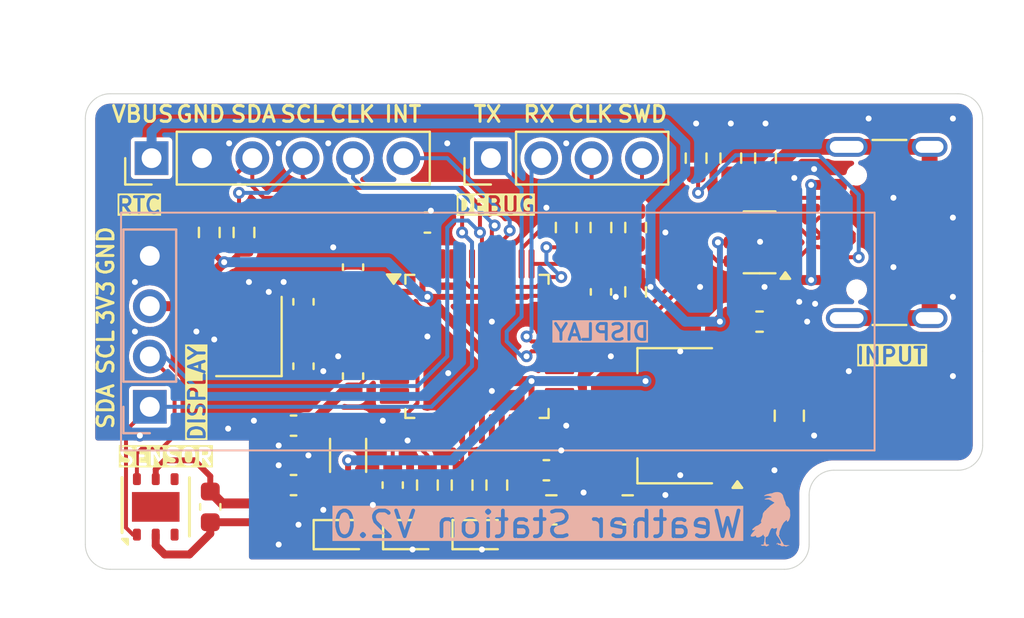
<source format=kicad_pcb>
(kicad_pcb (version 20240108) (generator "pcbnew") (generator_version "8.0")
  (layers (0 "F.Cu" signal) (1 "In1.Cu" signal) (2 "In2.Cu" signal) (31 "B.Cu" signal) (34 "B.Paste" user) (35 "F.Paste" user) (36 "B.SilkS" user "B.Silkscreen") (37 "F.SilkS" user "F.Silkscreen") (38 "B.Mask" user) (39 "F.Mask" user) (44 "Edge.Cuts" user))
  (net 0 "")
  (net 1 "+3.3V")
  (net 2 "GND")
  (net 3 "+3.3VA")
  (net 4 "/NRST")
  (net 5 "/OSC_IN")
  (net 6 "/OSC_OUT")
  (net 7 "/I2C1_SCL")
  (net 8 "/I2C1_SDA")
  (net 9 "/BOOT0")
  (net 14 "/SWDIO")
  (net 19 "Net-(D1-A)")
  (net 21 "Net-(D2-A)")
  (net 22 "VBUS")
  (net 23 "/SWCLK")
  (net 25 "Net-(D3-A)")
  (net 32 "/RTC_CLK")
  (net 33 "/RTC_INT")
  (net 34 "/LED_R")
  (net 35 "/LED_W")
  (net 36 "/LED_B")
  (net 37 "/VBUS_IN")
  (net 38 "/USB_D-")
  (net 39 "/USB_D+")
  (net 40 "/USART1_RX")
  (net 41 "/USART1_TX")
  (net 44 "/Shield")
  (net 45 "/CC1")
  (net 46 "/CC2")
  (net 49 "/uC_SWDIO")
  (net 50 "/uC_SWCLK")
  (footprint "LED_SMD:LED_0603_1608Metric" (layer "F.Cu") (at 191.5 101.25)
    (property "Reference" "D2" (hide yes))
    (property "Value" "KT-0603R")
  )
  (footprint "Capacitor_SMD:C_0603_1608Metric" (layer "F.Cu") (at 182.5 92.75 90)
    (property "Reference" "C12" (hide yes))
    (property "Value" "10p/10V")
  )
  (footprint "Capacitor_SMD:C_0603_1608Metric" (layer "F.Cu") (at 187 98.75 90)
    (property "Reference" "C10" (hide yes))
    (property "Value" "100n/10V")
  )
  (footprint "Resistor_SMD:R_0603_1608Metric" (layer "F.Cu") (at 205.8 82.25 -90)
    (property "Reference" "R9" (hide yes))
    (property "Value" "1M")
  )
  (footprint "Connector_PinHeader_2.54mm:PinHeader_1x06_P2.54mm_Vertical" (layer "F.Cu") (at 174.84 82.25 90)
    (property "Reference" "J5" (hide yes))
    (property "Value" "ZX-PZ2.54-1-6PZZ")
  )
  (footprint "Capacitor_SMD:C_0603_1608Metric" (layer "F.Cu") (at 197.5 89 -90)
    (property "Reference" "C2" (hide yes))
    (property "Value" "100n/10V")
  )
  (footprint "Package_SON:Texas_PWSON-N6" (layer "F.Cu") (at 175.05 99.85 90)
    (property "Reference" "U2" (hide yes))
    (property "Value" "HDC1080DMBR")
  )
  (footprint "Capacitor_SMD:C_0603_1608Metric" (layer "F.Cu") (at 194.75 98)
    (property "Reference" "C4" (hide yes))
    (property "Value" "100n/10V")
  )
  (footprint "Capacitor_SMD:C_0805_2012Metric" (layer "F.Cu") (at 198.850001 100)
    (property "Reference" "C23" (hide yes))
    (property "Value" "22u/10V")
  )
  (footprint "Package_TO_SOT_SMD:SOT-223-3_TabPin2" (layer "F.Cu") (at 201.25 95.25 180)
    (property "Reference" "U3" (hide yes))
    (property "Value" "AMS1117-3.3")
  )
  (footprint "Resistor_SMD:R_0603_1608Metric" (layer "F.Cu") (at 195.75 85.75 -90)
    (property "Reference" "R1" (hide yes))
    (property "Value" "10k")
  )
  (footprint "Resistor_SMD:R_0603_1608Metric" (layer "F.Cu") (at 179.5 86 90)
    (property "Reference" "R3" (hide yes))
    (property "Value" "4k7")
  )
  (footprint "Capacitor_SMD:C_0603_1608Metric" (layer "F.Cu") (at 182 98.75 180)
    (property "Reference" "C9" (hide yes))
    (property "Value" "1u/10V")
  )
  (footprint "Package_TO_SOT_SMD:SOT-23-6" (layer "F.Cu") (at 205.5 86.5 180)
    (property "Reference" "U5" (hide yes))
    (property "Value" "SRV05-4")
  )
  (footprint "Resistor_SMD:R_0603_1608Metric" (layer "F.Cu") (at 199.25 89 -90)
    (property "Reference" "R12" (hide yes))
    (property "Value" "1k5")
  )
  (footprint "LED_SMD:LED_0603_1608Metric" (layer "F.Cu") (at 188 101.25)
    (property "Reference" "D1" (hide yes))
    (property "Value" "KT-0603W")
  )
  (footprint "Capacitor_SMD:C_0603_1608Metric" (layer "F.Cu") (at 182.5 89.5 -90)
    (property "Reference" "C11" (hide yes))
    (property "Value" "10p/10V")
  )
  (footprint "Capacitor_SMD:C_0603_1608Metric" (layer "F.Cu") (at 188.75 85.5)
    (property "Reference" "C3" (hide yes))
    (property "Value" "100n/10V")
  )
  (footprint "Capacitor_SMD:C_0603_1608Metric" (layer "F.Cu") (at 185 93.25 90)
    (property "Reference" "C7" (hide yes))
    (property "Value" "100n/10V")
  )
  (footprint "Capacitor_SMD:C_0603_1608Metric" (layer "F.Cu") (at 177.8 99.85 90)
    (property "Reference" "C21" (hide yes))
    (property "Value" "100n/10V")
  )
  (footprint "Resistor_SMD:R_0603_1608Metric" (layer "F.Cu") (at 199.25 85.75 90)
    (property "Reference" "R11" (hide yes))
    (property "Value" "100R")
  )
  (footprint "LED_SMD:LED_0603_1608Metric" (layer "F.Cu") (at 184.5 101.25)
    (property "Reference" "D3" (hide yes))
    (property "Value" "19-217/BHC-ZL1M2RY/6T")
  )
  (footprint "Resistor_SMD:R_0603_1608Metric" (layer "F.Cu") (at 188.75 98.75 -90)
    (property "Reference" "R8" (hide yes))
    (property "Value" "330R")
  )
  (footprint "Resistor_SMD:R_0603_1608Metric" (layer "F.Cu") (at 197.5 85.75 90)
    (property "Reference" "R10" (hide yes))
    (property "Value" "100R")
  )
  (footprint "Crystal:Crystal_SMD_3225-4Pin_3.2x2.5mm" (layer "F.Cu") (at 179.75 91.25 90)
    (property "Reference" "Y1" (hide yes))
    (property "Value" "X322516MLB4SI")
  )
  (footprint "Capacitor_SMD:C_0805_2012Metric" (layer "F.Cu") (at 195 100)
    (property "Reference" "C6" (hide yes))
    (property "Value" "10u/10V")
  )
  (footprint "Resistor_SMD:R_0603_1608Metric" (layer "F.Cu") (at 190.5 98.75 -90)
    (property "Reference" "R7" (hide yes))
    (property "Value" "330R")
  )
  (footprint "Capacitor_SMD:C_0805_2012Metric" (layer "F.Cu") (at 207 95.25 -90)
    (property "Reference" "C22" (hide yes))
    (property "Value" "22u/10V")
  )
  (footprint "Inductor_SMD:L_1206_3216Metric" (layer "F.Cu") (at 184.75 97.25 -90)
    (property "Reference" "FB1" (hide yes))
    (property "Value" "GZ1608D601TF")
  )
  (footprint "Package_QFP:LQFP-48_7x7mm_P0.5mm" (layer "F.Cu") (at 191.25 91.75)
    (property "Reference" "U1" (hide yes))
    (property "Value" "STM32F103C8T6")
  )
  (footprint "Fuse:Fuse_0603_1608Metric" (layer "F.Cu") (at 205.5 90.5)
    (property "Reference" "F1" (hide yes))
    (property "Value" "CFS06V3T1R0")
  )
  (footprint "Resistor_SMD:R_0603_1608Metric" (layer "F.Cu") (at 177.75 86 90)
    (property "Reference" "R2" (hide yes))
    (property "Value" "4k7")
  )
  (footprint "Resistor_SMD:R_0603_1608Metric" (layer "F.Cu") (at 192.25 98.75 -90)
    (property "Reference" "R6" (hide yes))
    (property "Value" "330R")
  )
  (footprint "Capacitor_SMD:C_0603_1608Metric" (layer "F.Cu") (at 185 87.75 90)
    (property "Reference" "C1" (hide yes))
    (property "Value" "100n/10V")
  )
  (footprint "Resistor_SMD:R_0603_1608Metric" (layer "F.Cu") (at 204.05 82.25 90)
    (property "Reference" "R5" (hide yes))
    (property "Value" "5k1")
  )
  (footprint "Resistor_SMD:R_0603_1608Metric" (layer "F.Cu") (at 202.3 82.25 -90)
    (property "Reference" "R4" (hide yes))
    (property "Value" "5k1")
  )
  (footprint "Capacitor_SMD:C_0603_1608Metric" (layer "F.Cu") (at 182 95.75 180)
    (property "Reference" "C8" (hide yes))
    (property "Value" "1u/10V")
  )
  (footprint "Connector_USB:USB_C_Receptacle_GCT_USB4105-xx-A_16P_TopMnt_Horizontal" (layer "F.Cu") (at 213 86 90)
    (property "Reference" "J2" (hide yes))
    (property "Value" "TYPE-C16PIN")
  )
  (footprint "Connector_PinHeader_2.54mm:PinHeader_1x04_P2.54mm_Vertical" (layer "F.Cu") (at 191.95 82.25 90)
    (property "Reference" "J4" (hide yes))
    (property "Value" "B-2100S04P-A110")
  )
  (footprint "LOGO" (layer "B.Cu") (at 206.05 100.5 180)
    (property "Reference" "G***" (hide yes))
    (property "Value" "LOGO" (hide yes))
  )
  (footprint "Capacitor_SMD:C_0402_1005Metric" (layer "B.Cu") (at 173.3 97)
    (property "Reference" "J1" (hide yes))
    (property "Value" "HS91L02W2C01")
  )
  (footprint "Connector_PinHeader_2.54mm:PinHeader_1x04_P2.54mm_Vertical" (layer "B.Cu") (at 174.75 94.8)
    (property "Reference" "J3" (hide yes))
    (property "Value" "B-2100S04P-A110")
  )
  (gr_line (start 216.75 92) (end 216.75 96.75) (stroke (width 0.05)) (layer "Edge.Cuts"))
  (gr_arc (start 172.75 103) (mid 171.866117 102.633883) (end 171.5 101.75) (stroke (width 0.05)) (layer "Edge.Cuts"))
  (gr_arc (start 208 99.25) (mid 208.366117 98.366117) (end 209.25 98) (stroke (width 0.05)) (layer "Edge.Cuts"))
  (gr_arc (start 171.5 80.25) (mid 171.866117 79.366117) (end 172.75 79) (stroke (width 0.05)) (layer "Edge.Cuts"))
  (gr_arc (start 216.75 96.75) (mid 216.383883 97.633883) (end 215.5 98) (stroke (width 0.05)) (layer "Edge.Cuts"))
  (gr_line (start 216.75 80.25) (end 216.75 92) (stroke (width 0.05)) (layer "Edge.Cuts"))
  (gr_arc (start 215.5 79) (mid 216.383883 79.366117) (end 216.75 80.25) (stroke (width 0.05)) (layer "Edge.Cuts"))
  (gr_line (start 215.5 98) (end 209.25 98) (stroke (width 0.05)) (layer "Edge.Cuts"))
  (gr_line (start 171.5 101.75) (end 171.5 80.25) (stroke (width 0.05)) (layer "Edge.Cuts"))
  (gr_line (start 206.75 103) (end 172.75 103) (stroke (width 0.05)) (layer "Edge.Cuts"))
  (gr_line (start 208 99.25) (end 208 101.75) (stroke (width 0.05)) (layer "Edge.Cuts"))
  (gr_arc (start 208 101.75) (mid 207.633883 102.633883) (end 206.75 103) (stroke (width 0.05)) (layer "Edge.Cuts"))
  (gr_line (start 172.75 79) (end 215.5 79) (stroke (width 0.05)) (layer "Edge.Cuts"))
  (gr_text "Weather Station V2.0" (at 204.75 101.5 0) (layer "B.SilkS" knockout) (effects (font (size 1.3 1.3) (thickness 0.1875)) (justify left bottom mirror)))
  (gr_text "DISPLAY" (at 200 91.5 -0) (layer "B.SilkS" knockout) (effects (font (size 0.8 0.8) (thickness 0.15) (bold yes)) (justify left bottom mirror)))
  (gr_text "VBUS" (at 172.75 80.5 0) (layer "F.SilkS") (effects (font (size 0.8 0.8) (thickness 0.15) (bold yes)) (justify left bottom)))
  (gr_text "DEBUG" (at 190.1 85.1 0) (layer "F.SilkS" knockout) (effects (font (size 0.8 0.8) (thickness 0.15) (bold yes)) (justify left bottom)))
  (gr_text "GND" (at 176 80.5 0) (layer "F.SilkS") (effects (font (size 0.8 0.8) (thickness 0.15) (bold yes)) (justify left bottom)))
  (gr_text "SCL" (at 173 93.25 90) (layer "F.SilkS") (effects (font (size 0.8 0.8) (thickness 0.15) (bold yes)) (justify left bottom)))
  (gr_text "CLK" (at 195.75 80.5 0) (layer "F.SilkS") (effects (font (size 0.8 0.8) (thickness 0.15) (bold yes)) (justify left bottom)))
  (gr_text "CLK" (at 183.75 80.5 0) (layer "F.SilkS") (effects (font (size 0.8 0.8) (thickness 0.15) (bold yes)) (justify left bottom)))
  (gr_text "TX" (at 191 80.5 0) (layer "F.SilkS") (effects (font (size 0.8 0.8) (thickness 0.15) (bold yes)) (justify left bottom)))
  (gr_text "RTC" (at 173 85.1 0) (layer "F.SilkS" knockout) (effects (font (size 0.8 0.8) (thickness 0.15) (bold yes)) (justify left bottom)))
  (gr_text "GND" (at 173 88.25 90) (layer "F.SilkS") (effects (font (size 0.8 0.8) (thickness 0.15) (bold yes)) (justify left bottom)))
  (gr_text "SDA" (at 178.75 80.5 0) (layer "F.SilkS") (effects (font (size 0.8 0.8) (thickness 0.15) (bold yes)) (justify left bottom)))
  (gr_text "SCL" (at 181.25 80.5 0) (layer "F.SilkS") (effects (font (size 0.8 0.8) (thickness 0.15) (bold yes)) (justify left bottom)))
  (gr_text "DISPLAY" (at 177.6 96.6 90) (layer "F.SilkS" knockout) (effects (font (size 0.8 0.8) (thickness 0.15) (bold yes)) (justify left bottom)))
  (gr_text "3V3" (at 173 90.75 90) (layer "F.SilkS") (effects (font (size 0.8 0.8) (thickness 0.15) (bold yes)) (justify left bottom)))
  (gr_text "SDA" (at 173 96 90) (layer "F.SilkS") (effects (font (size 0.8 0.8) (thickness 0.15) (bold yes)) (justify left bottom)))
  (gr_text "RX" (at 193.5 80.5 0) (layer "F.SilkS") (effects (font (size 0.8 0.8) (thickness 0.15) (bold yes)) (justify left bottom)))
  (gr_text "INPUT" (at 210.3 92.7 0) (layer "F.SilkS" knockout) (effects (font (size 0.8 0.8) (thickness 0.15) (bold yes)) (justify left bottom)))
  (gr_text "INT" (at 186.5 80.5 0) (layer "F.SilkS") (effects (font (size 0.8 0.8) (thickness 0.15) (bold yes)) (justify left bottom)))
  (gr_text "SENSOR" (at 173.1 97.8 0) (layer "F.SilkS" knockout) (effects (font (size 0.8 0.8) (thickness 0.15) (bold yes)) (justify left bottom)))
  (gr_text "SWD" (at 198.25 80.5 0) (layer "F.SilkS") (effects (font (size 0.8 0.8) (thickness 0.15) (bold yes)) (justify left bottom)))
  (segment (start 193.8 89.2) (end 194.44259 89.2) (width 0.2) (layer "F.Cu") (net 1))
  (segment (start 178.5 87.5) (end 178.825 87.5) (width 0.3) (layer "F.Cu") (net 1))
  (segment (start 194 93.5) (end 193 93.5) (width 0.5) (layer "F.Cu") (net 1))
  (segment (start 188.75 89.25) (end 193.75 89.25) (width 0.3) (layer "F.Cu") (net 1))
  (segment (start 188.5 86.025) (end 187.975 85.5) (width 0.2) (layer "F.Cu") (net 1))
  (segment (start 178.5 87.5) (end 176.279999 89.720001) (width 0.5) (layer "F.Cu") (net 1))
  (segment (start 194.44259 89.2) (end 194.64259 89) (width 0.2) (layer "F.Cu") (net 1))
  (segment (start 178.825 87.5) (end 179.5 86.825) (width 0.3) (layer "F.Cu") (net 1))
  (segment (start 188.75 89.25) (end 188.5 89) (width 0.3) (layer "F.Cu") (net 1))
  (segment (start 176.279999 89.720001) (end 174.75 89.720001) (width 0.5) (layer "F.Cu") (net 1))
  (segment (start 193.975 99.925) (end 194.05 100) (width 0.4) (layer "F.Cu") (net 1))
  (segment (start 198.100001 99.800001) (end 197.900002 100) (width 0.4) (layer "F.Cu") (net 1))
  (segment (start 194 93.5) (end 194 95.9125) (width 0.3) (layer "F.Cu") (net 1))
  (segment (start 177.8 99.075) (end 177.8 98.3) (width 0.3) (layer "F.Cu") (net 1))
  (segment (start 194.64259 89) (end 195.4125 89) (width 0.2) (layer "F.Cu") (net 1))
  (segment (start 184.75 98.825) (end 182.85 98.825) (width 0.5) (layer "F.Cu") (net 1))
  (segment (start 184.75 97.5) (end 184.75 98.825) (width 0.3) (layer "F.Cu") (net 1))
  (segment (start 177.8 98.3) (end 177 97.5) (width 0.3) (layer "F.Cu") (net 1))
  (segment (start 177 97.5) (end 175.5 97.5) (width 0.3) (layer "F.Cu") (net 1))
  (segment (start 188.5 89) (end 187.0875 89) (width 0.3) (layer "F.Cu") (net 1))
  (segment (start 175.5 97.5) (end 175.05 97.95) (width 0.3) (layer "F.Cu") (net 1))
  (segment (start 196.725 89) (end 197.5 88.225) (width 0.2) (layer "F.Cu") (net 1))
  (segment (start 178.425 87.5) (end 177.75 86.825) (width 0.3) (layer "F.Cu") (net 1))
  (segment (start 193 93.5) (end 188.75 89.25) (width 0.5) (layer "F.Cu") (net 1))
  (segment (start 178.5 87.5) (end 178.425 87.5) (width 0.3) (layer "F.Cu") (net 1))
  (segment (start 193.75 89.25) (end 193.8 89.2) (width 0.2) (layer "F.Cu") (net 1))
  (segment (start 178.4 99.675) (end 177.8 99.075) (width 0.5) (layer "F.Cu") (net 1))
  (segment (start 182.85 98.825) (end 182.775 98.75) (width 0.5) (layer "F.Cu") (net 1))
  (segment (start 193.975 98) (end 193.975 99.925) (width 0.4) (layer "F.Cu") (net 1))
  (segment (start 188.5 89) (end 188.5 87.5875) (width 0.3) (layer "F.Cu") (net 1))
  (segment (start 187.0875 89) (end 186.25 89) (width 0.2) (layer "F.Cu") (net 1))
  (segment (start 194 95.9125) (end 194 97.975) (width 0.2) (layer "F.Cu") (net 1))
  (segment (start 195.4125 89) (end 196.725 89) (width 0.2) (layer "F.Cu") (net 1))
  (segment (start 188.5 87.5875) (end 188.5 86.025) (width 0.2) (layer "F.Cu") (net 1))
  (segment (start 194 97.975) (end 193.975 98) (width 0.2) (layer "F.Cu") (net 1))
  (segment (start 181.85 99.675) (end 178.4 99.675) (width 0.5) (layer "F.Cu") (net 1))
  (segment (start 182.775 98.75) (end 181.85 99.675) (width 0.5) (layer "F.Cu") (net 1))
  (segment (start 175.05 97.95) (end 175.05 98.450001) (width 0.3) (layer "F.Cu") (net 1))
  (segment (start 186.25 89) (end 185.775 88.525) (width 0.2) (layer "F.Cu") (net 1))
  (segment (start 185.775 88.525) (end 185 88.525) (width 0.2) (layer "F.Cu") (net 1))
  (via (at 194 93.5) (size 0.6) (drill 0.3) (layers "F.Cu" "B.Cu") (net 1))
  (via (at 184.75 97.5) (size 0.6) (drill 0.3) (layers "F.Cu" "B.Cu") (net 1))
  (via (at 188.75 89.25) (size 0.6) (drill 0.3) (layers "F.Cu" "B.Cu") (net 1))
  (via (at 199.75 93.5) (size 0.6) (drill 0.3) (layers "F.Cu" "B.Cu") (net 1))
  (via (at 178.5 87.5) (size 0.6) (drill 0.3) (layers "F.Cu" "B.Cu") (net 1))
  (segment (start 199.75 93.5) (end 194 93.5) (width 0.5) (layer "B.Cu") (net 1))
  (segment (start 188.5 89.25) (end 188.75 89.25) (width 0.5) (layer "B.Cu") (net 1))
  (segment (start 186.75 87.5) (end 188.5 89.25) (width 0.5) (layer "B.Cu") (net 1))
  (segment (start 190 97.5) (end 184.75 97.5) (width 0.5) (layer "B.Cu") (net 1))
  (segment (start 194 93.5) (end 190 97.5) (width 0.5) (layer "B.Cu") (net 1))
  (segment (start 178.5 87.5) (end 186.75 87.5) (width 0.5) (layer "B.Cu") (net 1))
  (segment (start 178 91.4) (end 178 91.45) (width 0.5) (layer "F.Cu") (net 2))
  (segment (start 195.5 97.975) (end 195.525 98) (width 0.5) (layer "F.Cu") (net 2))
  (segment (start 183.5 93) (end 183.025 93) (width 0.5) (layer "F.Cu") (net 2))
  (segment (start 204.05 80.5) (end 204.05 81.425) (width 0.5) (layer "F.Cu") (net 2))
  (segment (start 181.5 88.5) (end 182.275 88.5) (width 0.5) (layer "F.Cu") (net 2))
  (segment (start 198.25 89.25) (end 198.025 89.25) (width 0.5) (layer "F.Cu") (net 2))
  (segment (start 205.554502 86.5) (end 206.6375 86.5) (width 0.5) (layer "F.Cu") (net 2))
  (segment (start 202.3 80.5) (end 202.3 81.425) (width 0.5) (layer "F.Cu") (net 2))
  (segment (start 184 86.75) (end 184.775 86.75) (width 0.5) (layer "F.Cu") (net 2))
  (segment (start 180.75 89) (end 180.75 90) (width 0.5) (layer "F.Cu") (net 2))
  (segment (start 182.125 100.625) (end 177.8 100.625) (width 0.4) (layer "F.Cu") (net 2))
  (segment (start 205.524999 86.470497) (end 205.554502 86.5) (width 0.5) (layer "F.Cu") (net 2))
  (segment (start 188.925 84.9) (end 189.525 85.5) (width 0.5) (layer "F.Cu") (net 2))
  (segment (start 208.25 96.25) (end 207.050001 96.25) (width 0.5) (layer "F.Cu") (net 2))
  (segment (start 200.75 99.25) (end 200 100) (width 0.5) (layer "F.Cu") (net 2))
  (segment (start 175.05 101.8) (end 175.05 101.249999) (width 0.4) (layer "F.Cu") (net 2))
  (segment (start 207.050001 96.25) (end 207 96.199999) (width 0.5) (layer "F.Cu") (net 2))
  (segment (start 177.8 101.2) (end 176.75 102.25) (width 0.4) (layer "F.Cu") (net 2))
  (segment (start 181.25 98.725) (end 181.225 98.75) (width 0.5) (layer "F.Cu") (net 2))
  (segment (start 205.8 80.5) (end 205.8 81.425) (width 0.5) (layer "F.Cu") (net 2))
  (segment (start 194.75 84.75) (end 195.575 84.75) (width 0.5) (layer "F.Cu") (net 2))
  (segment (start 181.25 97.75) (end 181.25 98.725) (width 0.5) (layer "F.Cu") (net 2))
  (segment (start 178 91.45) (end 178.9 92.35) (width 0.5) (layer "F.Cu") (net 2))
  (segment (start 183.025 93) (end 182.5 93.525) (width 0.5) (layer "F.Cu") (net 2))
  (segment (start 180.75 90) (end 180.6 90.15) (width 0.5) (layer "F.Cu") (net 2))
  (segment (start 177.8 100.625) (end 177.8 101.2) (width 0.4) (layer "F.Cu") (net 2))
  (segment (start 182.25 100.75) (end 182.125 100.625) (width 0.4) (layer "F.Cu") (net 2))
  (segment (start 184.775 92.25) (end 185 92.475) (width 0.5) (layer "F.Cu") (net 2))
  (segment (start 181.25 96.75) (end 181.25 95.775) (width 0.5) (layer "F.Cu") (net 2))
  (segment (start 186.225 99.525) (end 187 99.525) (width 0.5) (layer "F.Cu") (net 2))
  (segment (start 176.75 102.25) (end 175.5 102.25) (width 0.4) (layer "F.Cu") (net 2))
  (segment (start 182.275 88.5) (end 182.5 88.725) (width 0.5) (layer "F.Cu") (net 2))
  (segment (start 195.95 99.8) (end 195.95 100) (width 0.5) (layer "F.Cu") (net 2))
  (segment (start 186 99.75) (end 186.225 99.525) (width 0.5) (layer "F.Cu") (net 2))
  (segment (start 198.025 89.25) (end 197.5 89.775) (width 0.5) (layer "F.Cu") (net 2))
  (segment (start 189 86.025) (end 189.525 85.5) (width 0.2) (layer "F.Cu") (net 2))
  (segment (start 187.0875 92.5) (end 185.025 92.5) (width 0.2) (layer "F.Cu") (net 2))
  (segment (start 181.25 95.775) (end 181.225 95.75) (width 0.5) (layer "F.Cu") (net 2))
  (segment (start 195.5 97) (end 195.5 97.975) (width 0.5) (layer "F.Cu") (net 2))
  (segment (start 195.4125 89.5) (end 197.225 89.5) (width 0.2) (layer "F.Cu") (net 2))
  (segment (start 184.25 92.25) (end 184.775 92.25) (width 0.5) (layer "F.Cu") (net 2))
  (segment (start 189 87.5875) (end 189 86.025) (width 0.2) (layer "F.Cu") (net 2))
  (segment (start 196.625 99.125) (end 195.95 99.8) (width 0.5) (layer "F.Cu") (net 2))
  (segment (start 197.225 89.5) (end 197.5 89.775) (width 0.2) (layer "F.Cu") (net 2))
  (segment (start 184.775 86.75) (end 185 86.975) (width 0.5) (layer "F.Cu") (net 2))
  (segment (start 200 100) (end 199.8 100) (width 0.5) (layer "F.Cu") (net 2))
  (segment (start 195.575 84.75) (end 195.75 84.925) (width 0.5) (layer "F.Cu") (net 2))
  (segment (start 185.025 92.5) (end 185 92.475) (width 0.2) (layer "F.Cu") (net 2))
  (segment (start 175.5 102.25) (end 175.05 101.8) (width 0.4) (layer "F.Cu") (net 2))
  (via (at 191.5 102) (size 0.6) (drill 0.3) (layers "F.Cu" "B.Cu") (net 2))
  (via (at 195.5 97) (size 0.6) (drill 0.3) (layers "F.Cu" "B.Cu") (net 2))
  (via (at 183.5 93) (size 0.6) (drill 0.3) (layers "F.Cu" "B.Cu") (net 2))
  (via (at 208.25 82.8) (size 0.6) (drill 0.3) (layers "F.Cu" "B.Cu") (net 2))
  (via (at 208.3 89.6) (size 0.6) (drill 0.3) (layers "F.Cu" "B.Cu") (net 2))
  (via (at 192 94) (size 0.6) (drill 0.3) (layers "F.Cu" "B.Cu") (net 2))
  (via (at 192 90.5) (size 0.6) (drill 0.3) (layers "F.Cu" "B.Cu") (net 2))
  (via (at 183.75 81.5) (size 0.6) (drill 0.3) (layers "F.Cu" "B.Cu") (net 2))
  (via (at 184.25 92.25) (size 0.6) (drill 0.3) (layers "F.Cu" "B.Cu") (net 2))
  (via (at 184 86.75) (size 0.6) (drill 0.3) (layers "F.Cu" "B.Cu") (net 2))
  (via (at 174 91) (size 0.6) (drill 0.3) (layers "F.Cu" "B.Cu") (net 2))
  (via (at 212.25 84.25) (size 0.6) (drill 0.3) (layers "F.Cu" "B.Cu") (net 2))
  (via (at 189.8 93.1) (size 0.6) (drill 0.3) (layers "F.Cu" "B.Cu") (net 2))
  (via (at 180.75 89) (size 0.6) (drill 0.3) (layers "F.Cu" "B.Cu") (net 2))
  (via (at 215.25 93.25) (size 0.6) (drill 0.3) (layers "F.Cu" "B.Cu") (net 2))
  (via (at 194.75 84.75) (size 0.6) (drill 0.3) (layers "F.Cu" "B.Cu") (net 2))
  (via (at 205.524999 86.470497) (size 0.6) (drill 0.3) (layers "F.Cu" "B.Cu") (net 2))
  (via (at 174 88.5) (size 0.6) (drill 0.3) (layers "F.Cu" "B.Cu") (net 2))
  (via (at 188.925 84.9) (size 0.6) (drill 0.3) (layers "F.Cu" "B.Cu") (net 2))
  (via (at 207.9 90.5) (size 0.6) (drill 0.3) (layers "F.Cu" "B.Cu") (net 2))
  (via (at 181.25 101.75) (size 0.6) (drill 0.3) (layers "F.Cu" "B.Cu") (net 2))
  (via (at 207.5 89.5) (size 0.6) (drill 0.3) (layers "F.Cu" "B.Cu") (net 2))
  (via (at 187.75 96.5) (size 0.6) (drill 0.3) (layers "F.Cu" "B.Cu") (net 2))
  (via (at 205.8 80.5) (size 0.6) (drill 0.3) (layers "F.Cu" "B.Cu") (net 2))
  (via (at 196.625 99.125) (size 0.6) (drill 0.3) (layers "F.Cu" "B.Cu") (net 2))
  (via (at 200.75 86) (size 0.6) (drill 0.3) (layers "F.Cu" "B.Cu") (net 2))
  (via (at 186.5 95.5) (size 0.6) (drill 0.3) (layers "F.Cu" "B.Cu") (net 2))
  (via (at 195.75 81.5) (size 0.6) (drill 0.3) (layers "F.Cu" "B.Cu") (net 2))
  (via (at 178.75 81.5) (size 0.6) (drill 0.3) (layers "F.Cu" "B.Cu") (net 2))
  (via (at 177.1 91) (size 0.6) (drill 0.3) (layers "F.Cu" "B.Cu") (net 2))
  (via (at 202.3 80.5) (size 0.6) (drill 0.3) (layers "F.Cu" "B.Cu") (net 2))
  (via (at 179.75 88.5) (size 0.6) (drill 0.3) (layers "F.Cu" "B.Cu") (net 2))
  (via (at 201.5 92) (size 0.6) (drill 0.3) (layers "F.Cu" "B.Cu") (net 2))
  (via (at 198 92.25) (size 0.6) (drill 0.3) (layers "F.Cu" "B.Cu") (net 2))
  (via (at 211 80.25) (size 0.6) (drill 0.3) (layers "F.Cu" "B.Cu") (net 2))
  (via (at 212.25 87.75) (size 0.6) (drill 0.3) (layers "F.Cu" "B.Cu") (net 2))
  (via (at 215.25 89.25) (size 0.6) (drill 0.3) (layers "F.Cu" "B.Cu") (net 2))
  (via (at 202.5 88.75) (size 0.6) (drill 0.3) (layers "F.Cu" "B.Cu") (net 2))
  (via (at 204.05 80.5) (size 0.6) (drill 0.3) (layers "F.Cu" "B.Cu") (net 2))
  (via (at 188 102) (size 0.6) (drill 0.3) (layers "F.Cu" "B.Cu") (net 2))
  (via (at 201.5 98.25) (size 0.6) (drill 0.3) (layers "F.Cu" "B.Cu") (net 2))
  (via (at 174.25 96.25) (size 0.6) (drill 0.3) (layers "F.Cu" "B.Cu") (net 2))
  (via (at 188.75 91.25) (size 0.6) (drill 0.3) (layers "F.Cu" "B.Cu") (net 2))
  (via (at 208.25 96.25) (size 0.6) (drill 0.3) (layers "F.Cu" "B.Cu") (net 2))
  (via (at 210 93) (size 0.6) (drill 0.3) (layers "F.Cu" "B.Cu") (net 2))
  (via (at 182.25 100.75) (size 0.6) (drill 0.3) (layers "F.Cu" "B.Cu") (net 2))
  (via (at 181.25 96.75) (size 0.6) (drill 0.3) (layers "F.Cu" "B.Cu") (net 2))
  (via (at 206.25 98) (size 0.6) (drill 0.3) (layers "F.Cu" "B.Cu") (net 2))
  (via (at 178.7 95.9) (size 0.6) (drill 0.3) (layers "F.Cu" "B.Cu") (net 2))
  (via (at 181.25 81.5) (size 0.6) (drill 0.3) (layers "F.Cu" "B.Cu") (net 2))
  (via (at 186 99.75) (size 0.6) (drill 0.3) (layers "F.Cu" "B.Cu") (net 2))
  (via (at 198.25 89.25) (size 0.6) (drill 0.3) (layers "F.Cu" "B.Cu") (net 2))
  (via (at 182.75 97.25) (size 0.6) (drill 0.3) (layers "F.Cu" "B.Cu") (net 2))
  (via (at 207.25 83.25) (size 0.6) (drill 0.3) (layers "F.Cu" "B.Cu") (net 2))
  (via (at 181.25 97.75) (size 0.6) (drill 0.3) (layers "F.Cu" "B.Cu") (net 2))
  (via (at 180 95.5) (size 0.6) (drill 0.3) (layers "F.Cu" "B.Cu") (net 2))
  (via (at 178 91.4) (size 0.6) (drill 0.3) (layers "F.Cu" "B.Cu") (net 2))
  (via (at 215.25 85.25) (size 0.6) (drill 0.3) (layers "F.Cu" "B.Cu") (net 2))
  (via (at 189.75 81.5) (size 0.6) (drill 0.3) (layers "F.Cu" "B.Cu") (net 2))
  (via (at 183.5 100) (size 0.6) (drill 0.3) (layers "F.Cu" "B.Cu") (net 2))
  (via (at 181.5 88.5) (size 0.6) (drill 0.3) (layers "F.Cu" "B.Cu") (net 2))
  (via (at 195.75 95.75) (size 0.6) (drill 0.3) (layers "F.Cu" "B.Cu") (net 2))
  (via (at 205.75 88.75) (size 0.6) (drill 0.3) (layers "F.Cu" "B.Cu") (net 2))
  (via (at 200.75 99.25) (size 0.6) (drill 0.3) (layers "F.Cu" "B.Cu") (net 2))
  (via (at 215.25 80.25) (size 0.6) (drill 0.3) (layers "F.Cu" "B.Cu") (net 2))
  (segment (start 184.675 95.75) (end 184.75 95.675) (width 0.5) (layer "F.Cu") (net 3))
  (segment (start 187.0875 93) (end 186.025 93) (width 0.2) (layer "F.Cu") (net 3))
  (segment (start 184.5 94.025) (end 182.775 95.75) (width 0.5) (layer "F.Cu") (net 3))
  (segment (start 186.025 93) (end 185 94.025) (width 0.2) (layer "F.Cu") (net 3))
  (segment (start 185 94.025) (end 184.5 94.025) (width 0.5) (layer "F.Cu") (net 3))
  (segment (start 182.775 95.75) (end 184.675 95.75) (width 0.5) (layer "F.Cu") (net 3))
  (segment (start 188.25 94.60741) (end 188.25 92.25) (width 0.2) (layer "F.Cu") (net 4))
  (segment (start 188 92) (end 187.0875 92) (width 0.2) (layer "F.Cu") (net 4))
  (segment (start 187 97.975) (end 187 95.85741) (width 0.2) (layer "F.Cu") (net 4))
  (segment (start 188.25 92.25) (end 188 92) (width 0.2) (layer "F.Cu") (net 4))
  (segment (start 187 95.85741) (end 188.25 94.60741) (width 0.2) (layer "F.Cu") (net 4))
  (segment (start 179.85 91.25) (end 178.9 90.3) (width 0.2) (layer "F.Cu") (net 5))
  (segment (start 187.0875 91) (end 186.25 91) (width 0.2) (layer "F.Cu") (net 5))
  (segment (start 186.25 91) (end 185.525 90.275) (width 0.2) (layer "F.Cu") (net 5))
  (segment (start 185.525 90.275) (end 182.5 90.275) (width 0.2) (layer "F.Cu") (net 5))
  (segment (start 182.5 90.275) (end 181.525 91.25) (width 0.2) (layer "F.Cu") (net 5))
  (segment (start 181.525 91.25) (end 179.85 91.25) (width 0.2) (layer "F.Cu") (net 5))
  (segment (start 178.9 90.3) (end 178.9 90.15) (width 0.2) (layer "F.Cu") (net 5))
  (segment (start 180.6 92.35) (end 182.125 92.35) (width 0.2) (layer "F.Cu") (net 6))
  (segment (start 182.125 92.35) (end 182.5 91.975) (width 0.2) (layer "F.Cu") (net 6))
  (segment (start 183.75 91.5) (end 183.275 91.975) (width 0.2) (layer "F.Cu") (net 6))
  (segment (start 187.0875 91.5) (end 183.75 91.5) (width 0.2) (layer "F.Cu") (net 6))
  (segment (start 183.275 91.975) (end 182.5 91.975) (width 0.2) (layer "F.Cu") (net 6))
  (segment (start 175.35 96.9) (end 174.35 96.9) (width 0.2) (layer "F.Cu") (net 7))
  (segment (start 191.4 86) (end 191.4 84.65) (width 0.2) (layer "F.Cu") (net 7))
  (segment (start 176 93.51) (end 176 96.25) (width 0.2) (layer "F.Cu") (net 7))
  (segment (start 174.1 97.15) (end 174.1 98.45) (width 0.2) (layer "F.Cu") (net 7))
  (segment (start 179.25 84) (end 179.25 84.925) (width 0.2) (layer "F.Cu") (net 7))
  (segment (start 176 96.25) (end 175.35 96.9) (width 0.2) (layer "F.Cu") (net 7))
  (segment (start 174.75 92.26) (end 176 93.51) (width 0.2) (layer "F.Cu") (net 7))
  (segment (start 191.4 84.65) (end 190.5 83.75) (width 0.2) (layer "F.Cu") (net 7))
  (segment (start 183 83.75) (end 182.46 83.21) (width 0.2) (layer "F.Cu") (net 7))
  (segment (start 191.5 86.1) (end 191.5 87.5875) (width 0.2) (layer "F.Cu") (net 7))
  (segment (start 191.4 86) (end 191.5 86.1) (width 0.2) (layer "F.Cu") (net 7))
  (segment (start 174.35 96.9) (end 174.1 97.15) (width 0.2) (layer "F.Cu") (net 7))
  (segment (start 190.5 83.75) (end 183 83.75) (width 0.2) (layer "F.Cu") (net 7))
  (segment (start 182.46 83.21) (end 182.46 82.25) (width 0.2) (layer "F.Cu") (net 7))
  (segment (start 179.25 84.925) (end 179.5 85.175) (width 0.2) (layer "F.Cu") (net 7))
  (via (at 191.4 86) (size 0.6) (drill 0.3) (layers "F.Cu" "B.Cu") (net 7))
  (via (at 179.25 84) (size 0.6) (drill 0.3) (layers "F.Cu" "B.Cu") (net 7))
  (segment (start 191.4 86) (end 190.8 85.4) (width 0.2) (layer "B.Cu") (net 7))
  (segment (start 190.8 85.4) (end 190.1 85.4) (width 0.2) (layer "B.Cu") (net 7))
  (segment (start 177 93.75) (end 175.51 92.26) (width 0.2) (layer "B.Cu") (net 7))
  (segment (start 180.71 84) (end 179.25 84) (width 0.2) (layer "B.Cu") (net 7))
  (segment (start 190.1 85.4) (end 189.75 85.75) (width 0.2) (layer "B.Cu") (net 7))
  (segment (start 188.25 93.75) (end 177 93.75) (width 0.2) (layer "B.Cu") (net 7))
  (segment (start 175.51 92.26) (end 174.75 92.26) (width 0.2) (layer "B.Cu") (net 7))
  (segment (start 189.75 85.75) (end 189.75 92.25) (width 0.2) (layer "B.Cu") (net 7))
  (segment (start 189.75 92.25) (end 188.25 93.75) (width 0.2) (layer "B.Cu") (net 7))
  (segment (start 182.46 82.25) (end 180.71 84) (width 0.2) (layer "B.Cu") (net 7))
  (segment (start 190.5 86) (end 191 86.5) (width 0.2) (layer "F.Cu") (net 8))
  (segment (start 190.5 86) (end 190.5 85) (width 0.2) (layer "F.Cu") (net 8))
  (segment (start 173.9 101.25) (end 173.55 100.9) (width 0.2) (layer "F.Cu") (net 8))
  (segment (start 173.55 96) (end 174.75 94.8) (width 0.2) (layer "F.Cu") (net 8))
  (segment (start 180.5 84.25) (end 179.919999 83.669999) (width 0.2) (layer "F.Cu") (net 8))
  (segment (start 174.1 101.25) (end 173.9 101.25) (width 0.2) (layer "F.Cu") (net 8))
  (segment (start 189.75 84.25) (end 180.5 84.25) (width 0.2) (layer "F.Cu") (net 8))
  (segment (start 191 86.5) (end 191 87.5875) (width 0.2) (layer "F.Cu") (net 8))
  (segment (start 179.919999 83.669999) (end 179.919999 82.25) (width 0.2) (layer "F.Cu") (net 8))
  (segment (start 179.919999 82.25) (end 177.75 84.419999) (width 0.2) (layer "F.Cu") (net 8))
  (segment (start 177.75 84.419999) (end 177.75 85.175) (width 0.2) (layer "F.Cu") (net 8))
  (segment (start 173.55 100.9) (end 173.55 96) (width 0.2) (layer "F.Cu") (net 8))
  (segment (start 190.5 85) (end 189.75 84.25) (width 0.2) (layer "F.Cu") (net 8))
  (via (at 190.5 86) (size 0.6) (drill 0.3) (layers "F.Cu" "B.Cu") (net 8))
  (segment (start 191 86.5) (end 191 92.75) (width 0.2) (layer "B.Cu") (net 8))
  (segment (start 191 92.75) (end 188.95 94.8) (width 0.2) (layer "B.Cu") (net 8))
  (segment (start 190.5 86) (end 191 86.5) (width 0.2) (layer "B.Cu") (net 8))
  (segment (start 188.95 94.8) (end 174.75 94.8) (width 0.2) (layer "B.Cu") (net 8))
  (segment (start 194.75 86.75) (end 195.575 86.75) (width 0.2) (layer "F.Cu") (net 9))
  (segment (start 194 88.75) (end 194.10741 88.75) (width 0.2) (layer "F.Cu") (net 9))
  (segment (start 190.89259 88.75) (end 194 88.75) (width 0.2) (layer "F.Cu") (net 9))
  (segment (start 194.25 88.75) (end 194.75 88.25) (width 0.2) (layer "F.Cu") (net 9))
  (segment (start 194 88.75) (end 194.25 88.75) (width 0.2) (layer "F.Cu") (net 9))
  (segment (start 190.5 87.5875) (end 190.5 88.35741) (width 0.2) (layer "F.Cu") (net 9))
  (segment (start 190.5 88.35741) (end 190.89259 88.75) (width 0.2) (layer "F.Cu") (net 9))
  (segment (start 195.575 86.75) (end 195.75 86.575) (width 0.2) (layer "F.Cu") (net 9))
  (segment (start 194.75 88.25) (end 195.5 88.25) (width 0.2) (layer "F.Cu") (net 9))
  (via (at 194.75 86.75) (size 0.6) (drill 0.3) (layers "F.Cu" "B.Cu") (net 9))
  (via (at 195.5 88.25) (size 0.6) (drill 0.3) (layers "F.Cu" "B.Cu") (net 9))
  (segment (start 194.75 87.5) (end 195.5 88.25) (width 0.2) (layer "B.Cu") (net 9))
  (segment (start 194.75 86.75) (end 194.75 87.5) (width 0.2) (layer "B.Cu") (net 9))
  (segment (start 199.25 83.75) (end 199.25 84.925) (width 0.2) (layer "F.Cu") (net 14))
  (segment (start 199.57 82.25) (end 199.57 83.43) (width 0.2) (layer "F.Cu") (net 14))
  (segment (start 199.57 83.43) (end 199.25 83.75) (width 0.2) (layer "F.Cu") (net 14))
  (segment (start 190.5 99.575) (end 189.75 100.325) (width 0.2) (layer "F.Cu") (net 19))
  (segment (start 189.5 101.25) (end 188.787501 101.25) (width 0.2) (layer "F.Cu") (net 19))
  (segment (start 189.75 101) (end 189.5 101.25) (width 0.2) (layer "F.Cu") (net 19))
  (segment (start 189.75 100.325) (end 189.75 101) (width 0.2) (layer "F.Cu") (net 19))
  (segment (start 192.25 101.212499) (end 192.287501 101.25) (width 0.2) (layer "F.Cu") (net 21))
  (segment (start 192.25 99.575) (end 192.25 101.212499) (width 0.2) (layer "F.Cu") (net 21))
  (segment (start 200 88.75) (end 199.825 88.75) (width 0.5) (layer "F.Cu") (net 22))
  (segment (start 199.825 88.75) (end 199.25 88.175) (width 0.5) (layer "F.Cu") (net 22))
  (segment (start 203.4 86.5) (end 204.3625 86.5) (width 0.3) (layer "F.Cu") (net 22))
  (via (at 203.5 90.5) (size 0.6) (drill 0.3) (layers "F.Cu" "B.Cu") (net 22))
  (via (at 200 88.75) (size 0.6) (drill 0.3) (layers "F.Cu" "B.Cu") (net 22))
  (via (at 203.4 86.5) (size 0.6) (drill 0.3) (layers "F.Cu" "B.Cu") (net 22))
  (segment (start 201.75 83) (end 201.75 81.5) (width 0.5) (layer "B.Cu") (net 22))
  (segment (start 200 84.75) (end 201.75 83) (width 0.5) (layer "B.Cu") (net 22))
  (segment (start 174.84 80.91) (end 174.84 82.25) (width 0.5) (layer "B.Cu") (net 22))
  (segment (start 201.75 81.5) (end 200.75 80.5) (width 0.5) (layer "B.Cu") (net 22))
  (segment (start 200 88.75) (end 200 84.75) (width 0.5) (layer "B.Cu") (net 22))
  (segment (start 175.25 80.5) (end 174.84 80.91) (width 0.5) (layer "B.Cu") (net 22))
  (segment (start 203.5 90.5) (end 201.75 90.5) (width 0.5) (layer "B.Cu") (net 22))
  (segment (start 203.4 86.5) (end 203.5 86.6) (width 0.3) (layer "B.Cu") (net 22))
  (segment (start 200.75 80.5) (end 175.25 80.5) (width 0.5) (layer "B.Cu") (net 22))
  (segment (start 203.5 86.6) (end 203.5 90.5) (width 0.3) (layer "B.Cu") (net 22))
  (segment (start 201.75 90.5) (end 200 88.75) (width 0.5) (layer "B.Cu") (net 22))
  (segment (start 197.5 84) (end 197.5 84.925) (width 0.2) (layer "F.Cu") (net 23))
  (segment (start 197.029999 82.25) (end 197.029999 83.529999) (width 0.2) (layer "F.Cu") (net 23))
  (segment (start 197.029999 83.529999) (end 197.5 84) (width 0.2) (layer "F.Cu") (net 23))
  (segment (start 186.475 100.275) (end 186.25 100.5) (width 0.2) (layer "F.Cu") (net 25))
  (segment (start 186.25 101) (end 186 101.25) (width 0.2) (layer "F.Cu") (net 25))
  (segment (start 186 101.25) (end 185.287501 101.25) (width 0.2) (layer "F.Cu") (net 25))
  (segment (start 188.75 99.575) (end 188.05 100.275) (width 0.2) (layer "F.Cu") (net 25))
  (segment (start 186.25 100.5) (end 186.25 101) (width 0.2) (layer "F.Cu") (net 25))
  (segment (start 188.05 100.275) (end 186.475 100.275) (width 0.2) (layer "F.Cu") (net 25))
  (segment (start 185.537501 101.012499) (end 185.537501 101.25) (width 0.2) (layer "F.Cu") (net 25))
  (segment (start 192 85.788068) (end 192 87.5875) (width 0.2) (layer "F.Cu") (net 32))
  (segment (start 192.141051 85.647017) (end 192 85.788068) (width 0.2) (layer "F.Cu") (net 32))
  (via (at 192.141051 85.647017) (size 0.6) (drill 0.3) (layers "F.Cu" "B.Cu") (net 32))
  (segment (start 185.5 83.75) (end 185 83.25) (width 0.2) (layer "B.Cu") (net 32))
  (segment (start 192.141051 85.647017) (end 190.244034 83.75) (width 0.2) (layer "B.Cu") (net 32))
  (segment (start 190.244034 83.75) (end 185.5 83.75) (width 0.2) (layer "B.Cu") (net 32))
  (segment (start 185 83.25) (end 185 82.25) (width 0.2) (layer "B.Cu") (net 32))
  (segment (start 192.9 86.048529) (end 192.5 86.448529) (width 0.2) (layer "F.Cu") (net 33))
  (segment (start 192.9 85.9) (end 192.9 86.048529) (width 0.2) (layer "F.Cu") (net 33))
  (segment (start 192.5 86.448529) (end 192.5 87.5875) (width 0.2) (layer "F.Cu") (net 33))
  (via (at 192.9 85.9) (size 0.6) (drill 0.3) (layers "F.Cu" "B.Cu") (net 33))
  (segment (start 192.9 85.4) (end 189.75 82.25) (width 0.2) (layer "B.Cu") (net 33))
  (segment (start 189.75 82.25) (end 187.54 82.25) (width 0.2) (layer "B.Cu") (net 33))
  (segment (start 192.9 85.9) (end 192.9 85.4) (width 0.2) (layer "B.Cu") (net 33))
  (segment (start 192 95.9125) (end 192 96.75) (width 0.2) (layer "F.Cu") (net 34))
  (segment (start 192.25 97) (end 192.25 97.925) (width 0.2) (layer "F.Cu") (net 34))
  (segment (start 192 96.75) (end 192.25 97) (width 0.2) (layer "F.Cu") (net 34))
  (segment (start 190.5 95.9125) (end 190.5 97.925) (width 0.2) (layer "F.Cu") (net 35))
  (segment (start 188.5 95.9125) (end 188.5 97) (width 0.2) (layer "F.Cu") (net 36))
  (segment (start 188.75 97.25) (end 188.75 97.925) (width 0.2) (layer "F.Cu") (net 36))
  (segment (start 188.5 97) (end 188.75 97.25) (width 0.2) (layer "F.Cu") (net 36))
  (segment (start 209.32 83.6) (end 208.1 83.6) (width 0.5) (layer "F.Cu") (net 37))
  (segment (start 208.1 88.4) (end 207.3 88.4) (width 0.5) (layer "F.Cu") (net 37))
  (segment (start 208.1 88.4) (end 209.32 88.4) (width 0.5) (layer "F.Cu") (net 37))
  (segment (start 206.287501 89.412499) (end 206.287501 90.5) (width 0.5) (layer "F.Cu") (net 37))
  (segment (start 207.3 88.4) (end 206.287501 89.412499) (width 0.5) (layer "F.Cu") (net 37))
  (via (at 208.1 83.6) (size 0.6) (drill 0.3) (layers "F.Cu" "B.Cu") (net 37))
  (via (at 208.1 88.4) (size 0.6) (drill 0.3) (layers "F.Cu" "B.Cu") (net 37))
  (segment (start 208.1 83.6) (end 208.1 86.5) (width 0.5) (layer "B.Cu") (net 37))
  (segment (start 208.1 86.5) (end 208.1 88.4) (width 0.5) (layer "B.Cu") (net 37))
  (segment (start 209.92741 85.75) (end 210.25 86.07259) (width 0.2) (layer "F.Cu") (net 38))
  (segment (start 208.432499 86.725) (end 208.025 86.725) (width 0.2) (layer "F.Cu") (net 38))
  (segment (start 209.32 86.75) (end 208.457499 86.75) (width 0.2) (layer "F.Cu") (net 38))
  (segment (start 210.25 86.07259) (end 210.25 86.42741) (width 0.2) (layer "F.Cu") (net 38))
  (segment (start 202.0932 86.725) (end 201.475 87.3432) (width 0.2) (layer "F.Cu") (net 38))
  (segment (start 210.25 86.42741) (end 209.92741 86.75) (width 0.2) (layer "F.Cu") (net 38))
  (segment (start 202.64375 86.725) (end 202.0932 86.725) (width 0.2) (layer "F.Cu") (net 38))
  (segment (start 204.3625 87.449999) (end 203.368749 87.449999) (width 0.2) (layer "F.Cu") (net 38))
  (segment (start 203.368749 87.449999) (end 202.64375 86.725) (width 0.2) (layer "F.Cu") (net 38))
  (segment (start 207.300001 87.449999) (end 206.6375 87.449999) (width 0.2) (layer "F.Cu") (net 38))
  (segment (start 199.3432 90.975) (end 196.543751 90.975) (width 0.2) (layer "F.Cu") (net 38))
  (segment (start 208.025 86.725) (end 207.300001 87.449999) (width 0.2) (layer "F.Cu") (net 38))
  (segment (start 209.92741 86.75) (end 209.32 86.75) (width 0.2) (layer "F.Cu") (net 38))
  (segment (start 208.457499 86.75) (end 208.432499 86.725) (width 0.2) (layer "F.Cu") (net 38))
  (segment (start 196.518751 91) (end 195.4125 91) (width 0.2) (layer "F.Cu") (net 38))
  (segment (start 196.543751 90.975) (end 196.518751 91) (width 0.2) (layer "F.Cu") (net 38))
  (segment (start 209.32 85.75) (end 209.92741 85.75) (width 0.2) (layer "F.Cu") (net 38))
  (segment (start 206.6375 87.449999) (end 204.3625 87.449999) (width 0.2) (layer "F.Cu") (net 38))
  (segment (start 201.475 87.3432) (end 201.475 88.8432) (width 0.2) (layer "F.Cu") (net 38))
  (segment (start 201.475 88.8432) (end 199.3432 90.975) (width 0.2) (layer "F.Cu") (net 38))
  (segment (start 206.6375 85.550001) (end 204.3625 85.550001) (width 0.2) (layer "F.Cu") (net 39))
  (segment (start 202.64375 86.275) (end 201.9068 86.275) (width 0.2) (layer "F.Cu") (net 39))
  (segment (start 208.025 86.275) (end 207.300001 85.550001) (width 0.2) (layer "F.Cu") (net 39))
  (segment (start 208.432499 86.275) (end 208.025 86.275) (width 0.2) (layer "F.Cu") (net 39))
  (segment (start 208.71259 86.25) (end 208.25 85.78741) (width 0.2) (layer "F.Cu") (net 39))
  (segment (start 209.32 86.25) (end 208.6 86.25) (width 0.2) (layer "F.Cu") (net 39))
  (segment (start 207.300001 85.550001) (end 206.6375 85.550001) (width 0.2) (layer "F.Cu") (net 39))
  (segment (start 208.25 85.78741) (end 208.25 85.5) (width 0.2) (layer "F.Cu") (net 39))
  (segment (start 208.5 85.25) (end 209.32 85.25) (width 0.2) (layer "F.Cu") (net 39))
  (segment (start 196.518751 90.5) (end 195.4125 90.5) (width 0.2) (layer "F.Cu") (net 39))
  (segment (start 209.32 86.25) (end 208.71259 86.25) (width 0.2) (layer "F.Cu") (net 39))
  (segment (start 199.1568 90.525) (end 196.543751 90.525) (width 0.2) (layer "F.Cu") (net 39))
  (segment (start 196.543751 90.525) (end 196.518751 90.5) (width 0.2) (layer "F.Cu") (net 39))
  (segment (start 201.025 87.1568) (end 201.025 88.6568) (width 0.2) (layer "F.Cu") (net 39))
  (segment (start 201.025 88.6568) (end 199.1568 90.525) (width 0.2) (layer "F.Cu") (net 39))
  (segment (start 201.9068 86.275) (end 201.025 87.1568) (width 0.2) (layer "F.Cu") (net 39))
  (segment (start 203.368749 85.550001) (end 202.64375 86.275) (width 0.2) (layer "F.Cu") (net 39))
  (segment (start 204.3625 85.550001) (end 203.368749 85.550001) (width 0.2) (layer "F.Cu") (net 39))
  (segment (start 208.457499 86.25) (end 208.432499 86.275) (width 0.2) (layer "F.Cu") (net 39))
  (segment (start 208.6 86.25) (end 208.457499 86.25) (width 0.2) (layer "F.Cu") (net 39))
  (segment (start 208.25 85.5) (end 208.5 85.25) (width 0.2) (layer "F.Cu") (net 39))
  (segment (start 195.4125 91.5) (end 194 91.5) (width 0.2) (layer "F.Cu") (net 40))
  (segment (start 194 91.5) (end 193.75 91.25) (width 0.2) (layer "F.Cu") (net 40))
  (via (at 193.75 91.25) (size 0.6) (drill 0.3) (layers "F.Cu" "B.Cu") (net 40))
  (segment (start 194 91) (end 194 82.74) (width 0.2) (layer "B.Cu") (net 40))
  (segment (start 194 82.74) (end 194.49 82.25) (width 0.2) (layer "B.Cu") (net 40))
  (segment (start 193.75 91.25) (end 194 91) (width 0.2) (layer "B.Cu") (net 40))
  (segment (start 195.4125 92) (end 194 92) (width 0.2) (layer "F.Cu") (net 41))
  (segment (start 194 92) (end 193.75 92.25) (width 0.2) (layer "F.Cu") (net 41))
  (via (at 193.75 92.25) (size 0.6) (drill 0.3) (layers "F.Cu" "B.Cu") (net 41))
  (segment (start 193.75 92.25) (end 193.5 92.25) (width 0.2) (layer "B.Cu") (net 41))
  (segment (start 192.75 91.5) (end 192.75 91) (width 0.2) (layer "B.Cu") (net 41))
  (segment (start 193.5 90.25) (end 193.5 83.8) (width 0.2) (layer "B.Cu") (net 41))
  (segment (start 192.75 91) (end 193.5 90.25) (width 0.2) (layer "B.Cu") (net 41))
  (segment (start 193.5 83.8) (end 191.95 82.25) (width 0.2) (layer "B.Cu") (net 41))
  (segment (start 193.5 92.25) (end 192.75 91.5) (width 0.2) (layer "B.Cu") (net 41))
  (segment (start 209.895 81.68) (end 214.075 81.68) (width 0.8) (layer "F.Cu") (net 44))
  (segment (start 205.925 83.075) (end 205.8 83.075) (width 0.8) (layer "F.Cu") (net 44))
  (segment (start 209.895 81.68) (end 207.32 81.68) (width 0.8) (layer "F.Cu") (net 44))
  (segment (start 207.32 81.68) (end 205.925 83.075) (width 0.8) (layer "F.Cu") (net 44))
  (segment (start 214.075 90.32) (end 209.895 90.32) (width 0.8) (layer "F.Cu") (net 44))
  (segment (start 214.075 81.68) (end 214.075 90.32) (width 0.8) (layer "F.Cu") (net 44))
  (segment (start 202.4 84) (end 202.4 83.175) (width 0.2) (layer "F.Cu") (net 45))
  (segment (start 209.320001 87.25) (end 210.5 87.25) (width 0.2) (layer "F.Cu") (net 45))
  (segment (start 202.4 83.175) (end 202.3 83.075) (width 0.2) (layer "F.Cu") (net 45))
  (via (at 210.5 87.25) (size 0.6) (drill 0.3) (layers "F.Cu" "B.Cu") (net 45))
  (via (at 202.4 84) (size 0.6) (drill 0.3) (layers "F.Cu" "B.Cu") (net 45))
  (segment (start 208.5 82.1) (end 210.5 84.1) (width 0.2) (layer "B.Cu") (net 45))
  (segment (start 204.3 82.1) (end 208.5 82.1) (width 0.2) (layer "B.Cu") (net 45))
  (segment (start 210.5 84.1) (end 210.5 87.25) (width 0.2) (layer "B.Cu") (net 45))
  (segment (start 202.4 84) (end 204.3 82.1) (width 0.2) (layer "B.Cu") (net 45))
  (segment (start 209.32 84.25) (end 204.45 84.25) (width 0.2) (layer "F.Cu") (net 46))
  (segment (start 204.45 84.25) (end 204.05 83.85) (width 0.2) (layer "F.Cu") (net 46))
  (segment (start 204.05 83.85) (end 204.05 83.075) (width 0.2) (layer "F.Cu") (net 46))
  (segment (start 193.5 86.81759) (end 194.56759 85.75) (width 0.2) (layer "F.Cu") (net 49))
  (segment (start 193.5 87.5875) (end 193.5 86.81759) (width 0.2) (layer "F.Cu") (net 49))
  (segment (start 199 85.75) (end 199.25 86) (width 0.2) (layer "F.Cu") (net 49))
  (segment (start 194.56759 85.75) (end 199 85.75) (width 0.2) (layer "F.Cu") (net 49))
  (segment (start 199.25 86) (end 199.25 86.575) (width 0.2) (layer "F.Cu") (net 49))
  (segment (start 194 87.5875) (end 196.4125 87.5875) (width 0.2) (layer "F.Cu") (net 50))
  (segment (start 196.4125 87.5875) (end 197.425 86.575) (width 0.2) (layer "F.Cu") (net 50))
  (segment (start 197.425 86.575) (end 197.5 86.575) (width 0.2) (layer "F.Cu") (net 50))
  (zone (net 22) (net_name "VBUS") (layer "F.Cu") (priority 2) (connect_pads yes (clearance 0.2)) (min_thickness 0.25) (fill yes (thermal_gap 0.5) (thermal_bridge_width 0.5))
    (polygon (pts (xy 205.5 89.75) (xy 203.75 89.75) (xy 202.75 90.75) (xy 202.75 93.25) (xy 203.5 94) (xy 205.75 94) (xy 206 94.25) (xy 206 94.75) (xy 206.25 95) (xy 207.75 95) (xy 208 94.75) (xy 208 92.75) (xy 206.75 91.5) (xy 205.75 91.5) (xy 205.5 91.25)))
  )
  (zone (net 1) (net_name "+3.3V") (layer "F.Cu") (priority 2) (connect_pads yes (clearance 0.2)) (min_thickness 0.25) (fill yes (thermal_gap 0.5) (thermal_bridge_width 0.5))
    (polygon (pts (xy 197 96.5) (xy 197 97.5) (xy 197.25 97.75) (xy 197.25 100.75) (xy 197.5 101) (xy 198.25 101) (xy 198.75 100.5) (xy 198.75 97.25) (xy 198 96.5)))
  )
  (zone (net 1) (net_name "+3.3V") (layer "F.Cu") (priority 2) (connect_pads yes (clearance 0.2)) (min_thickness 0.25) (fill yes (thermal_gap 0.5) (thermal_bridge_width 0.5))
    (polygon (pts (xy 197 93.5) (xy 197 97) (xy 197.5 97.5) (xy 201.75 97.5) (xy 203 96.25) (xy 205 96.25) (xy 205.5 95.75) (xy 205.5 94.75) (xy 205 94.25) (xy 202.5 94.25) (xy 201.25 93) (xy 197.5 93)))
  )
  (zone (net 0) (net_name "") (layers "F.Cu" "In1.Cu" "In2.Cu" "B.Cu") (connect_pads yes (clearance 0)) (min_thickness 0.25)
    (keepout (tracks allowed) (vias allowed) (pads allowed) (copperpour not_allowed) (footprints allowed))
    (fill (thermal_gap 0.5) (thermal_bridge_width 0.5))
    (polygon (pts (xy 179.75 96.5) (xy 179.75 104) (xy 170.75 104) (xy 170.75 96.5)))
  )
  (zone (net 2) (net_name "GND") (layers "F.Cu" "In1.Cu" "In2.Cu" "B.Cu") (connect_pads yes (clearance 0.2)) (min_thickness 0.25) (fill yes (thermal_gap 0.5) (thermal_bridge_width 0.5))
    (polygon (pts (xy 170 78) (xy 218 78) (xy 218 104) (xy 170 104)))
  )
)
</source>
